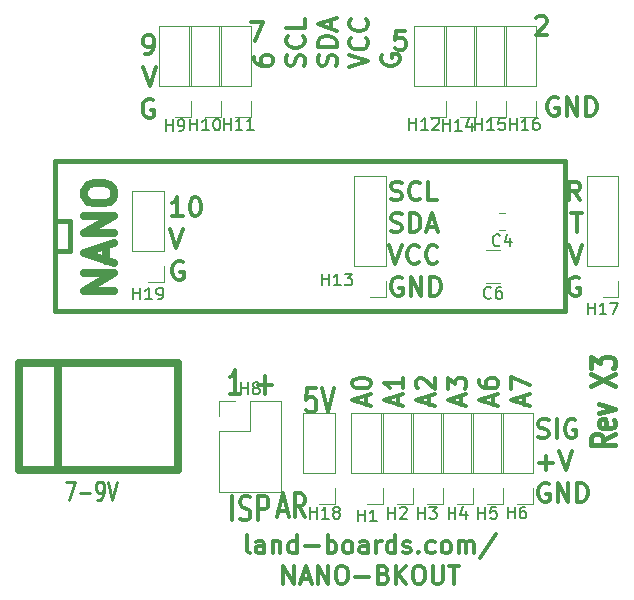
<source format=gbr>
G04 #@! TF.GenerationSoftware,KiCad,Pcbnew,(5.0.2)-1*
G04 #@! TF.CreationDate,2019-07-01T14:36:02-04:00*
G04 #@! TF.ProjectId,NANO-BKOUT,4e414e4f-2d42-44b4-9f55-542e6b696361,X1*
G04 #@! TF.SameCoordinates,Original*
G04 #@! TF.FileFunction,Legend,Top*
G04 #@! TF.FilePolarity,Positive*
%FSLAX46Y46*%
G04 Gerber Fmt 4.6, Leading zero omitted, Abs format (unit mm)*
G04 Created by KiCad (PCBNEW (5.0.2)-1) date 7/1/2019 2:36:02 PM*
%MOMM*%
%LPD*%
G01*
G04 APERTURE LIST*
%ADD10C,0.304800*%
%ADD11C,0.635000*%
%ADD12C,0.285750*%
%ADD13C,0.381000*%
%ADD14C,0.120000*%
%ADD15C,0.650000*%
%ADD16C,0.150000*%
G04 APERTURE END LIST*
D10*
X16872554Y-3823546D02*
X16872554Y-4125927D01*
X16948150Y-4277118D01*
X17023745Y-4352713D01*
X17250530Y-4503903D01*
X17552911Y-4579499D01*
X18157673Y-4579499D01*
X18308864Y-4503903D01*
X18384459Y-4428308D01*
X18460054Y-4277118D01*
X18460054Y-3974737D01*
X18384459Y-3823546D01*
X18308864Y-3747951D01*
X18157673Y-3672356D01*
X17779697Y-3672356D01*
X17628507Y-3747951D01*
X17552911Y-3823546D01*
X17477316Y-3974737D01*
X17477316Y-4277118D01*
X17552911Y-4428308D01*
X17628507Y-4503903D01*
X17779697Y-4579499D01*
X21070509Y-4579499D02*
X21146104Y-4352713D01*
X21146104Y-3974737D01*
X21070509Y-3823546D01*
X20994914Y-3747951D01*
X20843723Y-3672356D01*
X20692533Y-3672356D01*
X20541342Y-3747951D01*
X20465747Y-3823546D01*
X20390152Y-3974737D01*
X20314557Y-4277118D01*
X20238961Y-4428308D01*
X20163366Y-4503903D01*
X20012176Y-4579499D01*
X19860985Y-4579499D01*
X19709795Y-4503903D01*
X19634200Y-4428308D01*
X19558604Y-4277118D01*
X19558604Y-3899141D01*
X19634200Y-3672356D01*
X20994914Y-2084856D02*
X21070509Y-2160451D01*
X21146104Y-2387237D01*
X21146104Y-2538427D01*
X21070509Y-2765213D01*
X20919319Y-2916403D01*
X20768128Y-2991999D01*
X20465747Y-3067594D01*
X20238961Y-3067594D01*
X19936580Y-2991999D01*
X19785390Y-2916403D01*
X19634200Y-2765213D01*
X19558604Y-2538427D01*
X19558604Y-2387237D01*
X19634200Y-2160451D01*
X19709795Y-2084856D01*
X21146104Y-648546D02*
X21146104Y-1404499D01*
X19558604Y-1404499D01*
X23756559Y-4579499D02*
X23832154Y-4352713D01*
X23832154Y-3974737D01*
X23756559Y-3823546D01*
X23680964Y-3747951D01*
X23529773Y-3672356D01*
X23378583Y-3672356D01*
X23227392Y-3747951D01*
X23151797Y-3823546D01*
X23076202Y-3974737D01*
X23000607Y-4277118D01*
X22925011Y-4428308D01*
X22849416Y-4503903D01*
X22698226Y-4579499D01*
X22547035Y-4579499D01*
X22395845Y-4503903D01*
X22320250Y-4428308D01*
X22244654Y-4277118D01*
X22244654Y-3899141D01*
X22320250Y-3672356D01*
X23832154Y-2991999D02*
X22244654Y-2991999D01*
X22244654Y-2614022D01*
X22320250Y-2387237D01*
X22471440Y-2236046D01*
X22622630Y-2160451D01*
X22925011Y-2084856D01*
X23151797Y-2084856D01*
X23454178Y-2160451D01*
X23605369Y-2236046D01*
X23756559Y-2387237D01*
X23832154Y-2614022D01*
X23832154Y-2991999D01*
X23378583Y-1480094D02*
X23378583Y-724141D01*
X23832154Y-1631284D02*
X22244654Y-1102118D01*
X23832154Y-572951D01*
X24930704Y-4730689D02*
X26518204Y-4201522D01*
X24930704Y-3672356D01*
X26367014Y-2236046D02*
X26442609Y-2311641D01*
X26518204Y-2538427D01*
X26518204Y-2689618D01*
X26442609Y-2916403D01*
X26291419Y-3067594D01*
X26140228Y-3143189D01*
X25837847Y-3218784D01*
X25611061Y-3218784D01*
X25308680Y-3143189D01*
X25157490Y-3067594D01*
X25006300Y-2916403D01*
X24930704Y-2689618D01*
X24930704Y-2538427D01*
X25006300Y-2311641D01*
X25081895Y-2236046D01*
X26367014Y-648546D02*
X26442609Y-724141D01*
X26518204Y-950927D01*
X26518204Y-1102118D01*
X26442609Y-1328903D01*
X26291419Y-1480094D01*
X26140228Y-1555689D01*
X25837847Y-1631284D01*
X25611061Y-1631284D01*
X25308680Y-1555689D01*
X25157490Y-1480094D01*
X25006300Y-1328903D01*
X24930704Y-1102118D01*
X24930704Y-950927D01*
X25006300Y-724141D01*
X25081895Y-648546D01*
X27692350Y-3672356D02*
X27616754Y-3823546D01*
X27616754Y-4050332D01*
X27692350Y-4277118D01*
X27843540Y-4428308D01*
X27994730Y-4503903D01*
X28297111Y-4579499D01*
X28523897Y-4579499D01*
X28826278Y-4503903D01*
X28977469Y-4428308D01*
X29128659Y-4277118D01*
X29204254Y-4050332D01*
X29204254Y-3899141D01*
X29128659Y-3672356D01*
X29053064Y-3596760D01*
X28523897Y-3596760D01*
X28523897Y-3899141D01*
X29649903Y-1670654D02*
X28893951Y-1670654D01*
X28818356Y-2426607D01*
X28893951Y-2351011D01*
X29045141Y-2275416D01*
X29423118Y-2275416D01*
X29574308Y-2351011D01*
X29649903Y-2426607D01*
X29725499Y-2577797D01*
X29725499Y-2955773D01*
X29649903Y-3106964D01*
X29574308Y-3182559D01*
X29423118Y-3258154D01*
X29045141Y-3258154D01*
X28893951Y-3182559D01*
X28818356Y-3106964D01*
X10805643Y-17336104D02*
X9898500Y-17336104D01*
X10352072Y-17336104D02*
X10352072Y-15748604D01*
X10200881Y-15975390D01*
X10049691Y-16126580D01*
X9898500Y-16202176D01*
X11788381Y-15748604D02*
X11939572Y-15748604D01*
X12090762Y-15824200D01*
X12166358Y-15899795D01*
X12241953Y-16050985D01*
X12317548Y-16353366D01*
X12317548Y-16731342D01*
X12241953Y-17033723D01*
X12166358Y-17184914D01*
X12090762Y-17260509D01*
X11939572Y-17336104D01*
X11788381Y-17336104D01*
X11637191Y-17260509D01*
X11561596Y-17184914D01*
X11486000Y-17033723D01*
X11410405Y-16731342D01*
X11410405Y-16353366D01*
X11486000Y-16050985D01*
X11561596Y-15899795D01*
X11637191Y-15824200D01*
X11788381Y-15748604D01*
X9747310Y-18434654D02*
X10276477Y-20022154D01*
X10805643Y-18434654D01*
X10805643Y-21196300D02*
X10654453Y-21120704D01*
X10427667Y-21120704D01*
X10200881Y-21196300D01*
X10049691Y-21347490D01*
X9974096Y-21498680D01*
X9898500Y-21801061D01*
X9898500Y-22027847D01*
X9974096Y-22330228D01*
X10049691Y-22481419D01*
X10200881Y-22632609D01*
X10427667Y-22708204D01*
X10578858Y-22708204D01*
X10805643Y-22632609D01*
X10881239Y-22557014D01*
X10881239Y-22027847D01*
X10578858Y-22027847D01*
X17199428Y-31641142D02*
X18360571Y-31641142D01*
X17780000Y-32415238D02*
X17780000Y-30867047D01*
X18903042Y-42261366D02*
X19628757Y-42261366D01*
X18757900Y-42841938D02*
X19265900Y-40809938D01*
X19773900Y-42841938D01*
X21152757Y-42841938D02*
X20644757Y-41874319D01*
X20281900Y-42841938D02*
X20281900Y-40809938D01*
X20862471Y-40809938D01*
X21007614Y-40906700D01*
X21080185Y-41003461D01*
X21152757Y-41196985D01*
X21152757Y-41487271D01*
X21080185Y-41680795D01*
X21007614Y-41777557D01*
X20862471Y-41874319D01*
X20281900Y-41874319D01*
X22061714Y-31907238D02*
X21336000Y-31907238D01*
X21263428Y-32874857D01*
X21336000Y-32778095D01*
X21481142Y-32681333D01*
X21844000Y-32681333D01*
X21989142Y-32778095D01*
X22061714Y-32874857D01*
X22134285Y-33068380D01*
X22134285Y-33552190D01*
X22061714Y-33745714D01*
X21989142Y-33842476D01*
X21844000Y-33939238D01*
X21481142Y-33939238D01*
X21336000Y-33842476D01*
X21263428Y-33745714D01*
X22569714Y-31907238D02*
X23077714Y-33939238D01*
X23585714Y-31907238D01*
X44457499Y-15993079D02*
X43928332Y-15237127D01*
X43550356Y-15993079D02*
X43550356Y-14405579D01*
X44155118Y-14405579D01*
X44306308Y-14481175D01*
X44381903Y-14556770D01*
X44457499Y-14707960D01*
X44457499Y-14934746D01*
X44381903Y-15085936D01*
X44306308Y-15161532D01*
X44155118Y-15237127D01*
X43550356Y-15237127D01*
X43701546Y-17091629D02*
X44608689Y-17091629D01*
X44155118Y-18679129D02*
X44155118Y-17091629D01*
X43550356Y-19777679D02*
X44079522Y-21365179D01*
X44608689Y-19777679D01*
X44381903Y-22539325D02*
X44230713Y-22463729D01*
X44003927Y-22463729D01*
X43777141Y-22539325D01*
X43625951Y-22690515D01*
X43550356Y-22841705D01*
X43474760Y-23144086D01*
X43474760Y-23370872D01*
X43550356Y-23673253D01*
X43625951Y-23824444D01*
X43777141Y-23975634D01*
X44003927Y-24051229D01*
X44155118Y-24051229D01*
X44381903Y-23975634D01*
X44457499Y-23900039D01*
X44457499Y-23370872D01*
X44155118Y-23370872D01*
X16550760Y-908654D02*
X17609094Y-908654D01*
X16928737Y-2496154D01*
X26315458Y-33281499D02*
X26315458Y-32525546D01*
X26769029Y-33432689D02*
X25181529Y-32903522D01*
X26769029Y-32374356D01*
X25181529Y-31542808D02*
X25181529Y-31391618D01*
X25257125Y-31240427D01*
X25332720Y-31164832D01*
X25483910Y-31089237D01*
X25786291Y-31013641D01*
X26164267Y-31013641D01*
X26466648Y-31089237D01*
X26617839Y-31164832D01*
X26693434Y-31240427D01*
X26769029Y-31391618D01*
X26769029Y-31542808D01*
X26693434Y-31693999D01*
X26617839Y-31769594D01*
X26466648Y-31845189D01*
X26164267Y-31920784D01*
X25786291Y-31920784D01*
X25483910Y-31845189D01*
X25332720Y-31769594D01*
X25257125Y-31693999D01*
X25181529Y-31542808D01*
X29001508Y-33281499D02*
X29001508Y-32525546D01*
X29455079Y-33432689D02*
X27867579Y-32903522D01*
X29455079Y-32374356D01*
X29455079Y-31013641D02*
X29455079Y-31920784D01*
X29455079Y-31467213D02*
X27867579Y-31467213D01*
X28094365Y-31618403D01*
X28245555Y-31769594D01*
X28321151Y-31920784D01*
X31687558Y-33281499D02*
X31687558Y-32525546D01*
X32141129Y-33432689D02*
X30553629Y-32903522D01*
X32141129Y-32374356D01*
X30704820Y-31920784D02*
X30629225Y-31845189D01*
X30553629Y-31693999D01*
X30553629Y-31316022D01*
X30629225Y-31164832D01*
X30704820Y-31089237D01*
X30856010Y-31013641D01*
X31007201Y-31013641D01*
X31233986Y-31089237D01*
X32141129Y-31996380D01*
X32141129Y-31013641D01*
X34373608Y-33281499D02*
X34373608Y-32525546D01*
X34827179Y-33432689D02*
X33239679Y-32903522D01*
X34827179Y-32374356D01*
X33239679Y-31996380D02*
X33239679Y-31013641D01*
X33844441Y-31542808D01*
X33844441Y-31316022D01*
X33920036Y-31164832D01*
X33995632Y-31089237D01*
X34146822Y-31013641D01*
X34524798Y-31013641D01*
X34675989Y-31089237D01*
X34751584Y-31164832D01*
X34827179Y-31316022D01*
X34827179Y-31769594D01*
X34751584Y-31920784D01*
X34675989Y-31996380D01*
X37059658Y-33281499D02*
X37059658Y-32525546D01*
X37513229Y-33432689D02*
X35925729Y-32903522D01*
X37513229Y-32374356D01*
X35925729Y-31164832D02*
X35925729Y-31467213D01*
X36001325Y-31618403D01*
X36076920Y-31693999D01*
X36303705Y-31845189D01*
X36606086Y-31920784D01*
X37210848Y-31920784D01*
X37362039Y-31845189D01*
X37437634Y-31769594D01*
X37513229Y-31618403D01*
X37513229Y-31316022D01*
X37437634Y-31164832D01*
X37362039Y-31089237D01*
X37210848Y-31013641D01*
X36832872Y-31013641D01*
X36681682Y-31089237D01*
X36606086Y-31164832D01*
X36530491Y-31316022D01*
X36530491Y-31618403D01*
X36606086Y-31769594D01*
X36681682Y-31845189D01*
X36832872Y-31920784D01*
X39745708Y-33281499D02*
X39745708Y-32525546D01*
X40199279Y-33432689D02*
X38611779Y-32903522D01*
X40199279Y-32374356D01*
X38611779Y-31996380D02*
X38611779Y-30938046D01*
X40199279Y-31618403D01*
X28440500Y-15917484D02*
X28667286Y-15993079D01*
X29045262Y-15993079D01*
X29196453Y-15917484D01*
X29272048Y-15841889D01*
X29347643Y-15690698D01*
X29347643Y-15539508D01*
X29272048Y-15388317D01*
X29196453Y-15312722D01*
X29045262Y-15237127D01*
X28742881Y-15161532D01*
X28591691Y-15085936D01*
X28516096Y-15010341D01*
X28440500Y-14859151D01*
X28440500Y-14707960D01*
X28516096Y-14556770D01*
X28591691Y-14481175D01*
X28742881Y-14405579D01*
X29120858Y-14405579D01*
X29347643Y-14481175D01*
X30935143Y-15841889D02*
X30859548Y-15917484D01*
X30632762Y-15993079D01*
X30481572Y-15993079D01*
X30254786Y-15917484D01*
X30103596Y-15766294D01*
X30028000Y-15615103D01*
X29952405Y-15312722D01*
X29952405Y-15085936D01*
X30028000Y-14783555D01*
X30103596Y-14632365D01*
X30254786Y-14481175D01*
X30481572Y-14405579D01*
X30632762Y-14405579D01*
X30859548Y-14481175D01*
X30935143Y-14556770D01*
X32371453Y-15993079D02*
X31615500Y-15993079D01*
X31615500Y-14405579D01*
X28440500Y-18603534D02*
X28667286Y-18679129D01*
X29045262Y-18679129D01*
X29196453Y-18603534D01*
X29272048Y-18527939D01*
X29347643Y-18376748D01*
X29347643Y-18225558D01*
X29272048Y-18074367D01*
X29196453Y-17998772D01*
X29045262Y-17923177D01*
X28742881Y-17847582D01*
X28591691Y-17771986D01*
X28516096Y-17696391D01*
X28440500Y-17545201D01*
X28440500Y-17394010D01*
X28516096Y-17242820D01*
X28591691Y-17167225D01*
X28742881Y-17091629D01*
X29120858Y-17091629D01*
X29347643Y-17167225D01*
X30028000Y-18679129D02*
X30028000Y-17091629D01*
X30405977Y-17091629D01*
X30632762Y-17167225D01*
X30783953Y-17318415D01*
X30859548Y-17469605D01*
X30935143Y-17771986D01*
X30935143Y-17998772D01*
X30859548Y-18301153D01*
X30783953Y-18452344D01*
X30632762Y-18603534D01*
X30405977Y-18679129D01*
X30028000Y-18679129D01*
X31539905Y-18225558D02*
X32295858Y-18225558D01*
X31388715Y-18679129D02*
X31917881Y-17091629D01*
X32447048Y-18679129D01*
X28289310Y-19777679D02*
X28818477Y-21365179D01*
X29347643Y-19777679D01*
X30783953Y-21213989D02*
X30708358Y-21289584D01*
X30481572Y-21365179D01*
X30330381Y-21365179D01*
X30103596Y-21289584D01*
X29952405Y-21138394D01*
X29876810Y-20987203D01*
X29801215Y-20684822D01*
X29801215Y-20458036D01*
X29876810Y-20155655D01*
X29952405Y-20004465D01*
X30103596Y-19853275D01*
X30330381Y-19777679D01*
X30481572Y-19777679D01*
X30708358Y-19853275D01*
X30783953Y-19928870D01*
X32371453Y-21213989D02*
X32295858Y-21289584D01*
X32069072Y-21365179D01*
X31917881Y-21365179D01*
X31691096Y-21289584D01*
X31539905Y-21138394D01*
X31464310Y-20987203D01*
X31388715Y-20684822D01*
X31388715Y-20458036D01*
X31464310Y-20155655D01*
X31539905Y-20004465D01*
X31691096Y-19853275D01*
X31917881Y-19777679D01*
X32069072Y-19777679D01*
X32295858Y-19853275D01*
X32371453Y-19928870D01*
X29347643Y-22539325D02*
X29196453Y-22463729D01*
X28969667Y-22463729D01*
X28742881Y-22539325D01*
X28591691Y-22690515D01*
X28516096Y-22841705D01*
X28440500Y-23144086D01*
X28440500Y-23370872D01*
X28516096Y-23673253D01*
X28591691Y-23824444D01*
X28742881Y-23975634D01*
X28969667Y-24051229D01*
X29120858Y-24051229D01*
X29347643Y-23975634D01*
X29423239Y-23900039D01*
X29423239Y-23370872D01*
X29120858Y-23370872D01*
X30103596Y-24051229D02*
X30103596Y-22463729D01*
X31010739Y-24051229D01*
X31010739Y-22463729D01*
X31766691Y-24051229D02*
X31766691Y-22463729D01*
X32144667Y-22463729D01*
X32371453Y-22539325D01*
X32522643Y-22690515D01*
X32598239Y-22841705D01*
X32673834Y-23144086D01*
X32673834Y-23370872D01*
X32598239Y-23673253D01*
X32522643Y-23824444D01*
X32371453Y-23975634D01*
X32144667Y-24051229D01*
X31766691Y-24051229D01*
X42555643Y-7334250D02*
X42404453Y-7258654D01*
X42177667Y-7258654D01*
X41950881Y-7334250D01*
X41799691Y-7485440D01*
X41724096Y-7636630D01*
X41648500Y-7939011D01*
X41648500Y-8165797D01*
X41724096Y-8468178D01*
X41799691Y-8619369D01*
X41950881Y-8770559D01*
X42177667Y-8846154D01*
X42328858Y-8846154D01*
X42555643Y-8770559D01*
X42631239Y-8694964D01*
X42631239Y-8165797D01*
X42328858Y-8165797D01*
X43311596Y-8846154D02*
X43311596Y-7258654D01*
X44218739Y-8846154D01*
X44218739Y-7258654D01*
X44974691Y-8846154D02*
X44974691Y-7258654D01*
X45352667Y-7258654D01*
X45579453Y-7334250D01*
X45730643Y-7485440D01*
X45806239Y-7636630D01*
X45881834Y-7939011D01*
X45881834Y-8165797D01*
X45806239Y-8468178D01*
X45730643Y-8619369D01*
X45579453Y-8770559D01*
X45352667Y-8846154D01*
X44974691Y-8846154D01*
X40756356Y-551845D02*
X40831951Y-476250D01*
X40983141Y-400654D01*
X41361118Y-400654D01*
X41512308Y-476250D01*
X41587903Y-551845D01*
X41663499Y-703035D01*
X41663499Y-854226D01*
X41587903Y-1081011D01*
X40680760Y-1988154D01*
X41663499Y-1988154D01*
X7633546Y-3620104D02*
X7935927Y-3620104D01*
X8087118Y-3544509D01*
X8162713Y-3468914D01*
X8313903Y-3242128D01*
X8389499Y-2939747D01*
X8389499Y-2334985D01*
X8313903Y-2183795D01*
X8238308Y-2108200D01*
X8087118Y-2032604D01*
X7784737Y-2032604D01*
X7633546Y-2108200D01*
X7557951Y-2183795D01*
X7482356Y-2334985D01*
X7482356Y-2712961D01*
X7557951Y-2864152D01*
X7633546Y-2939747D01*
X7784737Y-3015342D01*
X8087118Y-3015342D01*
X8238308Y-2939747D01*
X8313903Y-2864152D01*
X8389499Y-2712961D01*
X7482356Y-4718654D02*
X8011522Y-6306154D01*
X8540689Y-4718654D01*
X8313903Y-7480300D02*
X8162713Y-7404704D01*
X7935927Y-7404704D01*
X7709141Y-7480300D01*
X7557951Y-7631490D01*
X7482356Y-7782680D01*
X7406760Y-8085061D01*
X7406760Y-8311847D01*
X7482356Y-8614228D01*
X7557951Y-8765419D01*
X7709141Y-8916609D01*
X7935927Y-8992204D01*
X8087118Y-8992204D01*
X8313903Y-8916609D01*
X8389499Y-8841014D01*
X8389499Y-8311847D01*
X8087118Y-8311847D01*
X40886500Y-36056509D02*
X41113286Y-36132104D01*
X41491262Y-36132104D01*
X41642453Y-36056509D01*
X41718048Y-35980914D01*
X41793643Y-35829723D01*
X41793643Y-35678533D01*
X41718048Y-35527342D01*
X41642453Y-35451747D01*
X41491262Y-35376152D01*
X41188881Y-35300557D01*
X41037691Y-35224961D01*
X40962096Y-35149366D01*
X40886500Y-34998176D01*
X40886500Y-34846985D01*
X40962096Y-34695795D01*
X41037691Y-34620200D01*
X41188881Y-34544604D01*
X41566858Y-34544604D01*
X41793643Y-34620200D01*
X42474000Y-36132104D02*
X42474000Y-34544604D01*
X44061500Y-34620200D02*
X43910310Y-34544604D01*
X43683524Y-34544604D01*
X43456739Y-34620200D01*
X43305548Y-34771390D01*
X43229953Y-34922580D01*
X43154358Y-35224961D01*
X43154358Y-35451747D01*
X43229953Y-35754128D01*
X43305548Y-35905319D01*
X43456739Y-36056509D01*
X43683524Y-36132104D01*
X43834715Y-36132104D01*
X44061500Y-36056509D01*
X44137096Y-35980914D01*
X44137096Y-35451747D01*
X43834715Y-35451747D01*
X40962096Y-38213392D02*
X42171620Y-38213392D01*
X41566858Y-38818154D02*
X41566858Y-37608630D01*
X42700786Y-37230654D02*
X43229953Y-38818154D01*
X43759120Y-37230654D01*
X41793643Y-39992300D02*
X41642453Y-39916704D01*
X41415667Y-39916704D01*
X41188881Y-39992300D01*
X41037691Y-40143490D01*
X40962096Y-40294680D01*
X40886500Y-40597061D01*
X40886500Y-40823847D01*
X40962096Y-41126228D01*
X41037691Y-41277419D01*
X41188881Y-41428609D01*
X41415667Y-41504204D01*
X41566858Y-41504204D01*
X41793643Y-41428609D01*
X41869239Y-41353014D01*
X41869239Y-40823847D01*
X41566858Y-40823847D01*
X42549596Y-41504204D02*
X42549596Y-39916704D01*
X43456739Y-41504204D01*
X43456739Y-39916704D01*
X44212691Y-41504204D02*
X44212691Y-39916704D01*
X44590667Y-39916704D01*
X44817453Y-39992300D01*
X44968643Y-40143490D01*
X45044239Y-40294680D01*
X45119834Y-40597061D01*
X45119834Y-40823847D01*
X45044239Y-41126228D01*
X44968643Y-41277419D01*
X44817453Y-41428609D01*
X44590667Y-41504204D01*
X44212691Y-41504204D01*
X15022285Y-43083238D02*
X15022285Y-41051238D01*
X15675428Y-42986476D02*
X15893142Y-43083238D01*
X16256000Y-43083238D01*
X16401142Y-42986476D01*
X16473714Y-42889714D01*
X16546285Y-42696190D01*
X16546285Y-42502666D01*
X16473714Y-42309142D01*
X16401142Y-42212380D01*
X16256000Y-42115619D01*
X15965714Y-42018857D01*
X15820571Y-41922095D01*
X15748000Y-41825333D01*
X15675428Y-41631809D01*
X15675428Y-41438285D01*
X15748000Y-41244761D01*
X15820571Y-41148000D01*
X15965714Y-41051238D01*
X16328571Y-41051238D01*
X16546285Y-41148000D01*
X17199428Y-43083238D02*
X17199428Y-41051238D01*
X17780000Y-41051238D01*
X17925142Y-41148000D01*
X17997714Y-41244761D01*
X18070285Y-41438285D01*
X18070285Y-41728571D01*
X17997714Y-41922095D01*
X17925142Y-42018857D01*
X17780000Y-42115619D01*
X17199428Y-42115619D01*
X15675428Y-32415238D02*
X14804571Y-32415238D01*
X15240000Y-32415238D02*
X15240000Y-30383238D01*
X15094857Y-30673523D01*
X14949714Y-30867047D01*
X14804571Y-30963809D01*
D11*
X5009847Y-23626838D02*
X2469847Y-23626838D01*
X5009847Y-22175409D01*
X2469847Y-22175409D01*
X4284133Y-21086838D02*
X4284133Y-19877314D01*
X5009847Y-21328742D02*
X2469847Y-20482076D01*
X5009847Y-19635409D01*
X5009847Y-18788742D02*
X2469847Y-18788742D01*
X5009847Y-17337314D01*
X2469847Y-17337314D01*
X2469847Y-15643980D02*
X2469847Y-15160171D01*
X2590800Y-14918266D01*
X2832704Y-14676361D01*
X3316514Y-14555409D01*
X4163180Y-14555409D01*
X4646990Y-14676361D01*
X4888895Y-14918266D01*
X5009847Y-15160171D01*
X5009847Y-15643980D01*
X4888895Y-15885885D01*
X4646990Y-16127790D01*
X4163180Y-16248742D01*
X3316514Y-16248742D01*
X2832704Y-16127790D01*
X2590800Y-15885885D01*
X2469847Y-15643980D01*
D12*
X925285Y-39805428D02*
X1687285Y-39805428D01*
X1197428Y-41329428D01*
X2122714Y-40748857D02*
X2993571Y-40748857D01*
X3592285Y-41329428D02*
X3809999Y-41329428D01*
X3918857Y-41256857D01*
X3973285Y-41184285D01*
X4082142Y-40966571D01*
X4136571Y-40676285D01*
X4136571Y-40095714D01*
X4082142Y-39950571D01*
X4027714Y-39878000D01*
X3918857Y-39805428D01*
X3701142Y-39805428D01*
X3592285Y-39878000D01*
X3537857Y-39950571D01*
X3483428Y-40095714D01*
X3483428Y-40458571D01*
X3537857Y-40603714D01*
X3592285Y-40676285D01*
X3701142Y-40748857D01*
X3918857Y-40748857D01*
X4027714Y-40676285D01*
X4082142Y-40603714D01*
X4136571Y-40458571D01*
X4463142Y-39805428D02*
X4844142Y-41329428D01*
X5225142Y-39805428D01*
D13*
X47401238Y-35814000D02*
X46433619Y-36322000D01*
X47401238Y-36684857D02*
X45369238Y-36684857D01*
X45369238Y-36104285D01*
X45466000Y-35959142D01*
X45562761Y-35886571D01*
X45756285Y-35814000D01*
X46046571Y-35814000D01*
X46240095Y-35886571D01*
X46336857Y-35959142D01*
X46433619Y-36104285D01*
X46433619Y-36684857D01*
X47304476Y-34580285D02*
X47401238Y-34725428D01*
X47401238Y-35015714D01*
X47304476Y-35160857D01*
X47110952Y-35233428D01*
X46336857Y-35233428D01*
X46143333Y-35160857D01*
X46046571Y-35015714D01*
X46046571Y-34725428D01*
X46143333Y-34580285D01*
X46336857Y-34507714D01*
X46530380Y-34507714D01*
X46723904Y-35233428D01*
X46046571Y-33999714D02*
X47401238Y-33636857D01*
X46046571Y-33274000D01*
X45369238Y-31677428D02*
X47401238Y-30661428D01*
X45369238Y-30661428D02*
X47401238Y-31677428D01*
X45369238Y-30226000D02*
X45369238Y-29282571D01*
X46143333Y-29790571D01*
X46143333Y-29572857D01*
X46240095Y-29427714D01*
X46336857Y-29355142D01*
X46530380Y-29282571D01*
X47014190Y-29282571D01*
X47207714Y-29355142D01*
X47304476Y-29427714D01*
X47401238Y-29572857D01*
X47401238Y-30008285D01*
X47304476Y-30153428D01*
X47207714Y-30226000D01*
D10*
X16473714Y-45876028D02*
X16328571Y-45803457D01*
X16255999Y-45658314D01*
X16255999Y-44352028D01*
X17707428Y-45876028D02*
X17707428Y-45077742D01*
X17634857Y-44932600D01*
X17489714Y-44860028D01*
X17199428Y-44860028D01*
X17054285Y-44932600D01*
X17707428Y-45803457D02*
X17562285Y-45876028D01*
X17199428Y-45876028D01*
X17054285Y-45803457D01*
X16981714Y-45658314D01*
X16981714Y-45513171D01*
X17054285Y-45368028D01*
X17199428Y-45295457D01*
X17562285Y-45295457D01*
X17707428Y-45222885D01*
X18433142Y-44860028D02*
X18433142Y-45876028D01*
X18433142Y-45005171D02*
X18505714Y-44932600D01*
X18650857Y-44860028D01*
X18868571Y-44860028D01*
X19013714Y-44932600D01*
X19086285Y-45077742D01*
X19086285Y-45876028D01*
X20465142Y-45876028D02*
X20465142Y-44352028D01*
X20465142Y-45803457D02*
X20319999Y-45876028D01*
X20029714Y-45876028D01*
X19884571Y-45803457D01*
X19811999Y-45730885D01*
X19739428Y-45585742D01*
X19739428Y-45150314D01*
X19811999Y-45005171D01*
X19884571Y-44932600D01*
X20029714Y-44860028D01*
X20319999Y-44860028D01*
X20465142Y-44932600D01*
X21190857Y-45295457D02*
X22351999Y-45295457D01*
X23077714Y-45876028D02*
X23077714Y-44352028D01*
X23077714Y-44932600D02*
X23222857Y-44860028D01*
X23513142Y-44860028D01*
X23658285Y-44932600D01*
X23730857Y-45005171D01*
X23803428Y-45150314D01*
X23803428Y-45585742D01*
X23730857Y-45730885D01*
X23658285Y-45803457D01*
X23513142Y-45876028D01*
X23222857Y-45876028D01*
X23077714Y-45803457D01*
X24674285Y-45876028D02*
X24529142Y-45803457D01*
X24456571Y-45730885D01*
X24383999Y-45585742D01*
X24383999Y-45150314D01*
X24456571Y-45005171D01*
X24529142Y-44932600D01*
X24674285Y-44860028D01*
X24891999Y-44860028D01*
X25037142Y-44932600D01*
X25109714Y-45005171D01*
X25182285Y-45150314D01*
X25182285Y-45585742D01*
X25109714Y-45730885D01*
X25037142Y-45803457D01*
X24891999Y-45876028D01*
X24674285Y-45876028D01*
X26488571Y-45876028D02*
X26488571Y-45077742D01*
X26415999Y-44932600D01*
X26270857Y-44860028D01*
X25980571Y-44860028D01*
X25835428Y-44932600D01*
X26488571Y-45803457D02*
X26343428Y-45876028D01*
X25980571Y-45876028D01*
X25835428Y-45803457D01*
X25762857Y-45658314D01*
X25762857Y-45513171D01*
X25835428Y-45368028D01*
X25980571Y-45295457D01*
X26343428Y-45295457D01*
X26488571Y-45222885D01*
X27214285Y-45876028D02*
X27214285Y-44860028D01*
X27214285Y-45150314D02*
X27286857Y-45005171D01*
X27359428Y-44932600D01*
X27504571Y-44860028D01*
X27649714Y-44860028D01*
X28810857Y-45876028D02*
X28810857Y-44352028D01*
X28810857Y-45803457D02*
X28665714Y-45876028D01*
X28375428Y-45876028D01*
X28230285Y-45803457D01*
X28157714Y-45730885D01*
X28085142Y-45585742D01*
X28085142Y-45150314D01*
X28157714Y-45005171D01*
X28230285Y-44932600D01*
X28375428Y-44860028D01*
X28665714Y-44860028D01*
X28810857Y-44932600D01*
X29463999Y-45803457D02*
X29609142Y-45876028D01*
X29899428Y-45876028D01*
X30044571Y-45803457D01*
X30117142Y-45658314D01*
X30117142Y-45585742D01*
X30044571Y-45440600D01*
X29899428Y-45368028D01*
X29681714Y-45368028D01*
X29536571Y-45295457D01*
X29463999Y-45150314D01*
X29463999Y-45077742D01*
X29536571Y-44932600D01*
X29681714Y-44860028D01*
X29899428Y-44860028D01*
X30044571Y-44932600D01*
X30770285Y-45730885D02*
X30842857Y-45803457D01*
X30770285Y-45876028D01*
X30697714Y-45803457D01*
X30770285Y-45730885D01*
X30770285Y-45876028D01*
X32149142Y-45803457D02*
X32003999Y-45876028D01*
X31713714Y-45876028D01*
X31568571Y-45803457D01*
X31495999Y-45730885D01*
X31423428Y-45585742D01*
X31423428Y-45150314D01*
X31495999Y-45005171D01*
X31568571Y-44932600D01*
X31713714Y-44860028D01*
X32003999Y-44860028D01*
X32149142Y-44932600D01*
X33019999Y-45876028D02*
X32874857Y-45803457D01*
X32802285Y-45730885D01*
X32729714Y-45585742D01*
X32729714Y-45150314D01*
X32802285Y-45005171D01*
X32874857Y-44932600D01*
X33019999Y-44860028D01*
X33237714Y-44860028D01*
X33382857Y-44932600D01*
X33455428Y-45005171D01*
X33527999Y-45150314D01*
X33527999Y-45585742D01*
X33455428Y-45730885D01*
X33382857Y-45803457D01*
X33237714Y-45876028D01*
X33019999Y-45876028D01*
X34181142Y-45876028D02*
X34181142Y-44860028D01*
X34181142Y-45005171D02*
X34253714Y-44932600D01*
X34398857Y-44860028D01*
X34616571Y-44860028D01*
X34761714Y-44932600D01*
X34834285Y-45077742D01*
X34834285Y-45876028D01*
X34834285Y-45077742D02*
X34906857Y-44932600D01*
X35052000Y-44860028D01*
X35269714Y-44860028D01*
X35414857Y-44932600D01*
X35487428Y-45077742D01*
X35487428Y-45876028D01*
X37301714Y-44279457D02*
X35995428Y-46238885D01*
X19340285Y-48466828D02*
X19340285Y-46942828D01*
X20211142Y-48466828D01*
X20211142Y-46942828D01*
X20864285Y-48031400D02*
X21590000Y-48031400D01*
X20719142Y-48466828D02*
X21227142Y-46942828D01*
X21735142Y-48466828D01*
X22243142Y-48466828D02*
X22243142Y-46942828D01*
X23114000Y-48466828D01*
X23114000Y-46942828D01*
X24130000Y-46942828D02*
X24420285Y-46942828D01*
X24565428Y-47015400D01*
X24710571Y-47160542D01*
X24783142Y-47450828D01*
X24783142Y-47958828D01*
X24710571Y-48249114D01*
X24565428Y-48394257D01*
X24420285Y-48466828D01*
X24130000Y-48466828D01*
X23984857Y-48394257D01*
X23839714Y-48249114D01*
X23767142Y-47958828D01*
X23767142Y-47450828D01*
X23839714Y-47160542D01*
X23984857Y-47015400D01*
X24130000Y-46942828D01*
X25436285Y-47886257D02*
X26597428Y-47886257D01*
X27831142Y-47668542D02*
X28048857Y-47741114D01*
X28121428Y-47813685D01*
X28194000Y-47958828D01*
X28194000Y-48176542D01*
X28121428Y-48321685D01*
X28048857Y-48394257D01*
X27903714Y-48466828D01*
X27323142Y-48466828D01*
X27323142Y-46942828D01*
X27831142Y-46942828D01*
X27976285Y-47015400D01*
X28048857Y-47087971D01*
X28121428Y-47233114D01*
X28121428Y-47378257D01*
X28048857Y-47523400D01*
X27976285Y-47595971D01*
X27831142Y-47668542D01*
X27323142Y-47668542D01*
X28847142Y-48466828D02*
X28847142Y-46942828D01*
X29718000Y-48466828D02*
X29064857Y-47595971D01*
X29718000Y-46942828D02*
X28847142Y-47813685D01*
X30661428Y-46942828D02*
X30951714Y-46942828D01*
X31096857Y-47015400D01*
X31242000Y-47160542D01*
X31314571Y-47450828D01*
X31314571Y-47958828D01*
X31242000Y-48249114D01*
X31096857Y-48394257D01*
X30951714Y-48466828D01*
X30661428Y-48466828D01*
X30516285Y-48394257D01*
X30371142Y-48249114D01*
X30298571Y-47958828D01*
X30298571Y-47450828D01*
X30371142Y-47160542D01*
X30516285Y-47015400D01*
X30661428Y-46942828D01*
X31967714Y-46942828D02*
X31967714Y-48176542D01*
X32040285Y-48321685D01*
X32112857Y-48394257D01*
X32258000Y-48466828D01*
X32548285Y-48466828D01*
X32693428Y-48394257D01*
X32766000Y-48321685D01*
X32838571Y-48176542D01*
X32838571Y-46942828D01*
X33346571Y-46942828D02*
X34217428Y-46942828D01*
X33782000Y-48466828D02*
X33782000Y-46942828D01*
D13*
G04 #@! TO.C,U5*
X0Y-12700000D02*
X43180000Y-12700000D01*
X43180000Y-12700000D02*
X43180000Y-25400000D01*
X43180000Y-25400000D02*
X0Y-25400000D01*
X0Y-25400000D02*
X0Y-12700000D01*
X0Y-20320000D02*
X1270000Y-20320000D01*
X1270000Y-20320000D02*
X1270000Y-17780000D01*
X1270000Y-17780000D02*
X0Y-17780000D01*
D14*
G04 #@! TO.C,C4*
X38107252Y-18490000D02*
X37584748Y-18490000D01*
X38107252Y-17070000D02*
X37584748Y-17070000D01*
G04 #@! TO.C,C6*
X37686064Y-22950000D02*
X36481936Y-22950000D01*
X37686064Y-20230000D02*
X36481936Y-20230000D01*
G04 #@! TO.C,H1*
X27746000Y-33976000D02*
X25086000Y-33976000D01*
X27746000Y-39116000D02*
X27746000Y-33976000D01*
X25086000Y-39116000D02*
X25086000Y-33976000D01*
X27746000Y-39116000D02*
X25086000Y-39116000D01*
X27746000Y-40386000D02*
X27746000Y-41716000D01*
X27746000Y-41716000D02*
X26416000Y-41716000D01*
G04 #@! TO.C,H2*
X30286000Y-41716000D02*
X28956000Y-41716000D01*
X30286000Y-40386000D02*
X30286000Y-41716000D01*
X30286000Y-39116000D02*
X27626000Y-39116000D01*
X27626000Y-39116000D02*
X27626000Y-33976000D01*
X30286000Y-39116000D02*
X30286000Y-33976000D01*
X30286000Y-33976000D02*
X27626000Y-33976000D01*
G04 #@! TO.C,H3*
X32826000Y-33976000D02*
X30166000Y-33976000D01*
X32826000Y-39116000D02*
X32826000Y-33976000D01*
X30166000Y-39116000D02*
X30166000Y-33976000D01*
X32826000Y-39116000D02*
X30166000Y-39116000D01*
X32826000Y-40386000D02*
X32826000Y-41716000D01*
X32826000Y-41716000D02*
X31496000Y-41716000D01*
G04 #@! TO.C,H4*
X35366000Y-41716000D02*
X34036000Y-41716000D01*
X35366000Y-40386000D02*
X35366000Y-41716000D01*
X35366000Y-39116000D02*
X32706000Y-39116000D01*
X32706000Y-39116000D02*
X32706000Y-33976000D01*
X35366000Y-39116000D02*
X35366000Y-33976000D01*
X35366000Y-33976000D02*
X32706000Y-33976000D01*
G04 #@! TO.C,H5*
X37906000Y-33976000D02*
X35246000Y-33976000D01*
X37906000Y-39116000D02*
X37906000Y-33976000D01*
X35246000Y-39116000D02*
X35246000Y-33976000D01*
X37906000Y-39116000D02*
X35246000Y-39116000D01*
X37906000Y-40386000D02*
X37906000Y-41716000D01*
X37906000Y-41716000D02*
X36576000Y-41716000D01*
G04 #@! TO.C,H6*
X40446000Y-41716000D02*
X39116000Y-41716000D01*
X40446000Y-40386000D02*
X40446000Y-41716000D01*
X40446000Y-39116000D02*
X37786000Y-39116000D01*
X37786000Y-39116000D02*
X37786000Y-33976000D01*
X40446000Y-39116000D02*
X40446000Y-33976000D01*
X40446000Y-33976000D02*
X37786000Y-33976000D01*
G04 #@! TO.C,H8*
X13910000Y-40700000D02*
X19110000Y-40700000D01*
X13910000Y-35560000D02*
X13910000Y-40700000D01*
X19110000Y-32960000D02*
X19110000Y-40700000D01*
X13910000Y-35560000D02*
X16510000Y-35560000D01*
X16510000Y-35560000D02*
X16510000Y-32960000D01*
X16510000Y-32960000D02*
X19110000Y-32960000D01*
X13910000Y-34290000D02*
X13910000Y-32960000D01*
X13910000Y-32960000D02*
X15240000Y-32960000D01*
G04 #@! TO.C,H9*
X11490000Y-1210000D02*
X8830000Y-1210000D01*
X11490000Y-6350000D02*
X11490000Y-1210000D01*
X8830000Y-6350000D02*
X8830000Y-1210000D01*
X11490000Y-6350000D02*
X8830000Y-6350000D01*
X11490000Y-7620000D02*
X11490000Y-8950000D01*
X11490000Y-8950000D02*
X10160000Y-8950000D01*
G04 #@! TO.C,H10*
X14030000Y-8950000D02*
X12700000Y-8950000D01*
X14030000Y-7620000D02*
X14030000Y-8950000D01*
X14030000Y-6350000D02*
X11370000Y-6350000D01*
X11370000Y-6350000D02*
X11370000Y-1210000D01*
X14030000Y-6350000D02*
X14030000Y-1210000D01*
X14030000Y-1210000D02*
X11370000Y-1210000D01*
G04 #@! TO.C,H11*
X16570000Y-1210000D02*
X13910000Y-1210000D01*
X16570000Y-6350000D02*
X16570000Y-1210000D01*
X13910000Y-6350000D02*
X13910000Y-1210000D01*
X16570000Y-6350000D02*
X13910000Y-6350000D01*
X16570000Y-7620000D02*
X16570000Y-8950000D01*
X16570000Y-8950000D02*
X15240000Y-8950000D01*
G04 #@! TO.C,H12*
X33080000Y-1210000D02*
X30420000Y-1210000D01*
X33080000Y-6350000D02*
X33080000Y-1210000D01*
X30420000Y-6350000D02*
X30420000Y-1210000D01*
X33080000Y-6350000D02*
X30420000Y-6350000D01*
X33080000Y-7620000D02*
X33080000Y-8950000D01*
X33080000Y-8950000D02*
X31750000Y-8950000D01*
G04 #@! TO.C,H13*
X28000000Y-13910000D02*
X25340000Y-13910000D01*
X28000000Y-21590000D02*
X28000000Y-13910000D01*
X25340000Y-21590000D02*
X25340000Y-13910000D01*
X28000000Y-21590000D02*
X25340000Y-21590000D01*
X28000000Y-22860000D02*
X28000000Y-24190000D01*
X28000000Y-24190000D02*
X26670000Y-24190000D01*
G04 #@! TO.C,H14*
X35620000Y-1210000D02*
X32960000Y-1210000D01*
X35620000Y-6350000D02*
X35620000Y-1210000D01*
X32960000Y-6350000D02*
X32960000Y-1210000D01*
X35620000Y-6350000D02*
X32960000Y-6350000D01*
X35620000Y-7620000D02*
X35620000Y-8950000D01*
X35620000Y-8950000D02*
X34290000Y-8950000D01*
G04 #@! TO.C,H15*
X38160000Y-8950000D02*
X36830000Y-8950000D01*
X38160000Y-7620000D02*
X38160000Y-8950000D01*
X38160000Y-6350000D02*
X35500000Y-6350000D01*
X35500000Y-6350000D02*
X35500000Y-1210000D01*
X38160000Y-6350000D02*
X38160000Y-1210000D01*
X38160000Y-1210000D02*
X35500000Y-1210000D01*
G04 #@! TO.C,H16*
X40700000Y-1210000D02*
X38040000Y-1210000D01*
X40700000Y-6350000D02*
X40700000Y-1210000D01*
X38040000Y-6350000D02*
X38040000Y-1210000D01*
X40700000Y-6350000D02*
X38040000Y-6350000D01*
X40700000Y-7620000D02*
X40700000Y-8950000D01*
X40700000Y-8950000D02*
X39370000Y-8950000D01*
G04 #@! TO.C,H17*
X47685000Y-24190000D02*
X46355000Y-24190000D01*
X47685000Y-22860000D02*
X47685000Y-24190000D01*
X47685000Y-21590000D02*
X45025000Y-21590000D01*
X45025000Y-21590000D02*
X45025000Y-13910000D01*
X47685000Y-21590000D02*
X47685000Y-13910000D01*
X47685000Y-13910000D02*
X45025000Y-13910000D01*
G04 #@! TO.C,H18*
X23682000Y-41716000D02*
X22352000Y-41716000D01*
X23682000Y-40386000D02*
X23682000Y-41716000D01*
X23682000Y-39116000D02*
X21022000Y-39116000D01*
X21022000Y-39116000D02*
X21022000Y-33976000D01*
X23682000Y-39116000D02*
X23682000Y-33976000D01*
X23682000Y-33976000D02*
X21022000Y-33976000D01*
G04 #@! TO.C,H19*
X9204000Y-22920000D02*
X7874000Y-22920000D01*
X9204000Y-21590000D02*
X9204000Y-22920000D01*
X9204000Y-20320000D02*
X6544000Y-20320000D01*
X6544000Y-20320000D02*
X6544000Y-15180000D01*
X9204000Y-20320000D02*
X9204000Y-15180000D01*
X9204000Y-15180000D02*
X6544000Y-15180000D01*
D15*
G04 #@! TO.C,J1*
X245000Y-38790000D02*
X245000Y-29790000D01*
X-3055000Y-29790000D02*
X-3055000Y-38790000D01*
X-3055000Y-29790000D02*
X10445000Y-29790000D01*
X10445000Y-29790000D02*
X10445000Y-38790000D01*
X-3055000Y-38790000D02*
X10445000Y-38790000D01*
G04 #@! TO.C,C4*
D16*
X37679333Y-19787142D02*
X37631714Y-19834761D01*
X37488857Y-19882380D01*
X37393619Y-19882380D01*
X37250761Y-19834761D01*
X37155523Y-19739523D01*
X37107904Y-19644285D01*
X37060285Y-19453809D01*
X37060285Y-19310952D01*
X37107904Y-19120476D01*
X37155523Y-19025238D01*
X37250761Y-18930000D01*
X37393619Y-18882380D01*
X37488857Y-18882380D01*
X37631714Y-18930000D01*
X37679333Y-18977619D01*
X38536476Y-19215714D02*
X38536476Y-19882380D01*
X38298380Y-18834761D02*
X38060285Y-19549047D01*
X38679333Y-19549047D01*
G04 #@! TO.C,C6*
X36917333Y-24227142D02*
X36869714Y-24274761D01*
X36726857Y-24322380D01*
X36631619Y-24322380D01*
X36488761Y-24274761D01*
X36393523Y-24179523D01*
X36345904Y-24084285D01*
X36298285Y-23893809D01*
X36298285Y-23750952D01*
X36345904Y-23560476D01*
X36393523Y-23465238D01*
X36488761Y-23370000D01*
X36631619Y-23322380D01*
X36726857Y-23322380D01*
X36869714Y-23370000D01*
X36917333Y-23417619D01*
X37774476Y-23322380D02*
X37584000Y-23322380D01*
X37488761Y-23370000D01*
X37441142Y-23417619D01*
X37345904Y-23560476D01*
X37298285Y-23750952D01*
X37298285Y-24131904D01*
X37345904Y-24227142D01*
X37393523Y-24274761D01*
X37488761Y-24322380D01*
X37679238Y-24322380D01*
X37774476Y-24274761D01*
X37822095Y-24227142D01*
X37869714Y-24131904D01*
X37869714Y-23893809D01*
X37822095Y-23798571D01*
X37774476Y-23750952D01*
X37679238Y-23703333D01*
X37488761Y-23703333D01*
X37393523Y-23750952D01*
X37345904Y-23798571D01*
X37298285Y-23893809D01*
G04 #@! TO.C,H1*
X25654095Y-43168380D02*
X25654095Y-42168380D01*
X25654095Y-42644571D02*
X26225523Y-42644571D01*
X26225523Y-43168380D02*
X26225523Y-42168380D01*
X27225523Y-43168380D02*
X26654095Y-43168380D01*
X26939809Y-43168380D02*
X26939809Y-42168380D01*
X26844571Y-42311238D01*
X26749333Y-42406476D01*
X26654095Y-42454095D01*
G04 #@! TO.C,H2*
X28219495Y-42946580D02*
X28219495Y-41946580D01*
X28219495Y-42422771D02*
X28790923Y-42422771D01*
X28790923Y-42946580D02*
X28790923Y-41946580D01*
X29219495Y-42041819D02*
X29267114Y-41994200D01*
X29362352Y-41946580D01*
X29600447Y-41946580D01*
X29695685Y-41994200D01*
X29743304Y-42041819D01*
X29790923Y-42137057D01*
X29790923Y-42232295D01*
X29743304Y-42375152D01*
X29171876Y-42946580D01*
X29790923Y-42946580D01*
G04 #@! TO.C,H3*
X30734095Y-42946580D02*
X30734095Y-41946580D01*
X30734095Y-42422771D02*
X31305523Y-42422771D01*
X31305523Y-42946580D02*
X31305523Y-41946580D01*
X31686476Y-41946580D02*
X32305523Y-41946580D01*
X31972190Y-42327533D01*
X32115047Y-42327533D01*
X32210285Y-42375152D01*
X32257904Y-42422771D01*
X32305523Y-42518009D01*
X32305523Y-42756104D01*
X32257904Y-42851342D01*
X32210285Y-42898961D01*
X32115047Y-42946580D01*
X31829333Y-42946580D01*
X31734095Y-42898961D01*
X31686476Y-42851342D01*
G04 #@! TO.C,H4*
X33324895Y-42946580D02*
X33324895Y-41946580D01*
X33324895Y-42422771D02*
X33896323Y-42422771D01*
X33896323Y-42946580D02*
X33896323Y-41946580D01*
X34801085Y-42279914D02*
X34801085Y-42946580D01*
X34562990Y-41898961D02*
X34324895Y-42613247D01*
X34943942Y-42613247D01*
G04 #@! TO.C,H5*
X35839495Y-42946580D02*
X35839495Y-41946580D01*
X35839495Y-42422771D02*
X36410923Y-42422771D01*
X36410923Y-42946580D02*
X36410923Y-41946580D01*
X37363304Y-41946580D02*
X36887114Y-41946580D01*
X36839495Y-42422771D01*
X36887114Y-42375152D01*
X36982352Y-42327533D01*
X37220447Y-42327533D01*
X37315685Y-42375152D01*
X37363304Y-42422771D01*
X37410923Y-42518009D01*
X37410923Y-42756104D01*
X37363304Y-42851342D01*
X37315685Y-42898961D01*
X37220447Y-42946580D01*
X36982352Y-42946580D01*
X36887114Y-42898961D01*
X36839495Y-42851342D01*
G04 #@! TO.C,H6*
X38341395Y-42921180D02*
X38341395Y-41921180D01*
X38341395Y-42397371D02*
X38912823Y-42397371D01*
X38912823Y-42921180D02*
X38912823Y-41921180D01*
X39817585Y-41921180D02*
X39627109Y-41921180D01*
X39531871Y-41968800D01*
X39484252Y-42016419D01*
X39389014Y-42159276D01*
X39341395Y-42349752D01*
X39341395Y-42730704D01*
X39389014Y-42825942D01*
X39436633Y-42873561D01*
X39531871Y-42921180D01*
X39722347Y-42921180D01*
X39817585Y-42873561D01*
X39865204Y-42825942D01*
X39912823Y-42730704D01*
X39912823Y-42492609D01*
X39865204Y-42397371D01*
X39817585Y-42349752D01*
X39722347Y-42302133D01*
X39531871Y-42302133D01*
X39436633Y-42349752D01*
X39389014Y-42397371D01*
X39341395Y-42492609D01*
G04 #@! TO.C,H8*
X15748095Y-32412380D02*
X15748095Y-31412380D01*
X15748095Y-31888571D02*
X16319523Y-31888571D01*
X16319523Y-32412380D02*
X16319523Y-31412380D01*
X16938571Y-31840952D02*
X16843333Y-31793333D01*
X16795714Y-31745714D01*
X16748095Y-31650476D01*
X16748095Y-31602857D01*
X16795714Y-31507619D01*
X16843333Y-31460000D01*
X16938571Y-31412380D01*
X17129047Y-31412380D01*
X17224285Y-31460000D01*
X17271904Y-31507619D01*
X17319523Y-31602857D01*
X17319523Y-31650476D01*
X17271904Y-31745714D01*
X17224285Y-31793333D01*
X17129047Y-31840952D01*
X16938571Y-31840952D01*
X16843333Y-31888571D01*
X16795714Y-31936190D01*
X16748095Y-32031428D01*
X16748095Y-32221904D01*
X16795714Y-32317142D01*
X16843333Y-32364761D01*
X16938571Y-32412380D01*
X17129047Y-32412380D01*
X17224285Y-32364761D01*
X17271904Y-32317142D01*
X17319523Y-32221904D01*
X17319523Y-32031428D01*
X17271904Y-31936190D01*
X17224285Y-31888571D01*
X17129047Y-31840952D01*
G04 #@! TO.C,H9*
X9385395Y-10117080D02*
X9385395Y-9117080D01*
X9385395Y-9593271D02*
X9956823Y-9593271D01*
X9956823Y-10117080D02*
X9956823Y-9117080D01*
X10480633Y-10117080D02*
X10671109Y-10117080D01*
X10766347Y-10069461D01*
X10813966Y-10021842D01*
X10909204Y-9878985D01*
X10956823Y-9688509D01*
X10956823Y-9307557D01*
X10909204Y-9212319D01*
X10861585Y-9164700D01*
X10766347Y-9117080D01*
X10575871Y-9117080D01*
X10480633Y-9164700D01*
X10433014Y-9212319D01*
X10385395Y-9307557D01*
X10385395Y-9545652D01*
X10433014Y-9640890D01*
X10480633Y-9688509D01*
X10575871Y-9736128D01*
X10766347Y-9736128D01*
X10861585Y-9688509D01*
X10909204Y-9640890D01*
X10956823Y-9545652D01*
G04 #@! TO.C,H10*
X11461904Y-10066280D02*
X11461904Y-9066280D01*
X11461904Y-9542471D02*
X12033333Y-9542471D01*
X12033333Y-10066280D02*
X12033333Y-9066280D01*
X13033333Y-10066280D02*
X12461904Y-10066280D01*
X12747619Y-10066280D02*
X12747619Y-9066280D01*
X12652380Y-9209138D01*
X12557142Y-9304376D01*
X12461904Y-9351995D01*
X13652380Y-9066280D02*
X13747619Y-9066280D01*
X13842857Y-9113900D01*
X13890476Y-9161519D01*
X13938095Y-9256757D01*
X13985714Y-9447233D01*
X13985714Y-9685328D01*
X13938095Y-9875804D01*
X13890476Y-9971042D01*
X13842857Y-10018661D01*
X13747619Y-10066280D01*
X13652380Y-10066280D01*
X13557142Y-10018661D01*
X13509523Y-9971042D01*
X13461904Y-9875804D01*
X13414285Y-9685328D01*
X13414285Y-9447233D01*
X13461904Y-9256757D01*
X13509523Y-9161519D01*
X13557142Y-9113900D01*
X13652380Y-9066280D01*
G04 #@! TO.C,H11*
X14294004Y-10028180D02*
X14294004Y-9028180D01*
X14294004Y-9504371D02*
X14865433Y-9504371D01*
X14865433Y-10028180D02*
X14865433Y-9028180D01*
X15865433Y-10028180D02*
X15294004Y-10028180D01*
X15579719Y-10028180D02*
X15579719Y-9028180D01*
X15484480Y-9171038D01*
X15389242Y-9266276D01*
X15294004Y-9313895D01*
X16817814Y-10028180D02*
X16246385Y-10028180D01*
X16532100Y-10028180D02*
X16532100Y-9028180D01*
X16436861Y-9171038D01*
X16341623Y-9266276D01*
X16246385Y-9313895D01*
G04 #@! TO.C,H12*
X30003904Y-10002780D02*
X30003904Y-9002780D01*
X30003904Y-9478971D02*
X30575333Y-9478971D01*
X30575333Y-10002780D02*
X30575333Y-9002780D01*
X31575333Y-10002780D02*
X31003904Y-10002780D01*
X31289619Y-10002780D02*
X31289619Y-9002780D01*
X31194380Y-9145638D01*
X31099142Y-9240876D01*
X31003904Y-9288495D01*
X31956285Y-9098019D02*
X32003904Y-9050400D01*
X32099142Y-9002780D01*
X32337238Y-9002780D01*
X32432476Y-9050400D01*
X32480095Y-9098019D01*
X32527714Y-9193257D01*
X32527714Y-9288495D01*
X32480095Y-9431352D01*
X31908666Y-10002780D01*
X32527714Y-10002780D01*
G04 #@! TO.C,H13*
X22625204Y-23198080D02*
X22625204Y-22198080D01*
X22625204Y-22674271D02*
X23196633Y-22674271D01*
X23196633Y-23198080D02*
X23196633Y-22198080D01*
X24196633Y-23198080D02*
X23625204Y-23198080D01*
X23910919Y-23198080D02*
X23910919Y-22198080D01*
X23815680Y-22340938D01*
X23720442Y-22436176D01*
X23625204Y-22483795D01*
X24529966Y-22198080D02*
X25149014Y-22198080D01*
X24815680Y-22579033D01*
X24958538Y-22579033D01*
X25053776Y-22626652D01*
X25101395Y-22674271D01*
X25149014Y-22769509D01*
X25149014Y-23007604D01*
X25101395Y-23102842D01*
X25053776Y-23150461D01*
X24958538Y-23198080D01*
X24672823Y-23198080D01*
X24577585Y-23150461D01*
X24529966Y-23102842D01*
G04 #@! TO.C,H14*
X32874104Y-10091680D02*
X32874104Y-9091680D01*
X32874104Y-9567871D02*
X33445533Y-9567871D01*
X33445533Y-10091680D02*
X33445533Y-9091680D01*
X34445533Y-10091680D02*
X33874104Y-10091680D01*
X34159819Y-10091680D02*
X34159819Y-9091680D01*
X34064580Y-9234538D01*
X33969342Y-9329776D01*
X33874104Y-9377395D01*
X35302676Y-9425014D02*
X35302676Y-10091680D01*
X35064580Y-9044061D02*
X34826485Y-9758347D01*
X35445533Y-9758347D01*
G04 #@! TO.C,H15*
X35591904Y-10040880D02*
X35591904Y-9040880D01*
X35591904Y-9517071D02*
X36163333Y-9517071D01*
X36163333Y-10040880D02*
X36163333Y-9040880D01*
X37163333Y-10040880D02*
X36591904Y-10040880D01*
X36877619Y-10040880D02*
X36877619Y-9040880D01*
X36782380Y-9183738D01*
X36687142Y-9278976D01*
X36591904Y-9326595D01*
X38068095Y-9040880D02*
X37591904Y-9040880D01*
X37544285Y-9517071D01*
X37591904Y-9469452D01*
X37687142Y-9421833D01*
X37925238Y-9421833D01*
X38020476Y-9469452D01*
X38068095Y-9517071D01*
X38115714Y-9612309D01*
X38115714Y-9850404D01*
X38068095Y-9945642D01*
X38020476Y-9993261D01*
X37925238Y-10040880D01*
X37687142Y-10040880D01*
X37591904Y-9993261D01*
X37544285Y-9945642D01*
G04 #@! TO.C,H16*
X38500204Y-10040880D02*
X38500204Y-9040880D01*
X38500204Y-9517071D02*
X39071633Y-9517071D01*
X39071633Y-10040880D02*
X39071633Y-9040880D01*
X40071633Y-10040880D02*
X39500204Y-10040880D01*
X39785919Y-10040880D02*
X39785919Y-9040880D01*
X39690680Y-9183738D01*
X39595442Y-9278976D01*
X39500204Y-9326595D01*
X40928776Y-9040880D02*
X40738300Y-9040880D01*
X40643061Y-9088500D01*
X40595442Y-9136119D01*
X40500204Y-9278976D01*
X40452585Y-9469452D01*
X40452585Y-9850404D01*
X40500204Y-9945642D01*
X40547823Y-9993261D01*
X40643061Y-10040880D01*
X40833538Y-10040880D01*
X40928776Y-9993261D01*
X40976395Y-9945642D01*
X41024014Y-9850404D01*
X41024014Y-9612309D01*
X40976395Y-9517071D01*
X40928776Y-9469452D01*
X40833538Y-9421833D01*
X40643061Y-9421833D01*
X40547823Y-9469452D01*
X40500204Y-9517071D01*
X40452585Y-9612309D01*
G04 #@! TO.C,H17*
X45116904Y-25642380D02*
X45116904Y-24642380D01*
X45116904Y-25118571D02*
X45688333Y-25118571D01*
X45688333Y-25642380D02*
X45688333Y-24642380D01*
X46688333Y-25642380D02*
X46116904Y-25642380D01*
X46402619Y-25642380D02*
X46402619Y-24642380D01*
X46307380Y-24785238D01*
X46212142Y-24880476D01*
X46116904Y-24928095D01*
X47021666Y-24642380D02*
X47688333Y-24642380D01*
X47259761Y-25642380D01*
G04 #@! TO.C,H18*
X21596504Y-42933880D02*
X21596504Y-41933880D01*
X21596504Y-42410071D02*
X22167933Y-42410071D01*
X22167933Y-42933880D02*
X22167933Y-41933880D01*
X23167933Y-42933880D02*
X22596504Y-42933880D01*
X22882219Y-42933880D02*
X22882219Y-41933880D01*
X22786980Y-42076738D01*
X22691742Y-42171976D01*
X22596504Y-42219595D01*
X23739361Y-42362452D02*
X23644123Y-42314833D01*
X23596504Y-42267214D01*
X23548885Y-42171976D01*
X23548885Y-42124357D01*
X23596504Y-42029119D01*
X23644123Y-41981500D01*
X23739361Y-41933880D01*
X23929838Y-41933880D01*
X24025076Y-41981500D01*
X24072695Y-42029119D01*
X24120314Y-42124357D01*
X24120314Y-42171976D01*
X24072695Y-42267214D01*
X24025076Y-42314833D01*
X23929838Y-42362452D01*
X23739361Y-42362452D01*
X23644123Y-42410071D01*
X23596504Y-42457690D01*
X23548885Y-42552928D01*
X23548885Y-42743404D01*
X23596504Y-42838642D01*
X23644123Y-42886261D01*
X23739361Y-42933880D01*
X23929838Y-42933880D01*
X24025076Y-42886261D01*
X24072695Y-42838642D01*
X24120314Y-42743404D01*
X24120314Y-42552928D01*
X24072695Y-42457690D01*
X24025076Y-42410071D01*
X23929838Y-42362452D01*
G04 #@! TO.C,H19*
X6635904Y-24372380D02*
X6635904Y-23372380D01*
X6635904Y-23848571D02*
X7207333Y-23848571D01*
X7207333Y-24372380D02*
X7207333Y-23372380D01*
X8207333Y-24372380D02*
X7635904Y-24372380D01*
X7921619Y-24372380D02*
X7921619Y-23372380D01*
X7826380Y-23515238D01*
X7731142Y-23610476D01*
X7635904Y-23658095D01*
X8683523Y-24372380D02*
X8874000Y-24372380D01*
X8969238Y-24324761D01*
X9016857Y-24277142D01*
X9112095Y-24134285D01*
X9159714Y-23943809D01*
X9159714Y-23562857D01*
X9112095Y-23467619D01*
X9064476Y-23420000D01*
X8969238Y-23372380D01*
X8778761Y-23372380D01*
X8683523Y-23420000D01*
X8635904Y-23467619D01*
X8588285Y-23562857D01*
X8588285Y-23800952D01*
X8635904Y-23896190D01*
X8683523Y-23943809D01*
X8778761Y-23991428D01*
X8969238Y-23991428D01*
X9064476Y-23943809D01*
X9112095Y-23896190D01*
X9159714Y-23800952D01*
G04 #@! TD*
M02*

</source>
